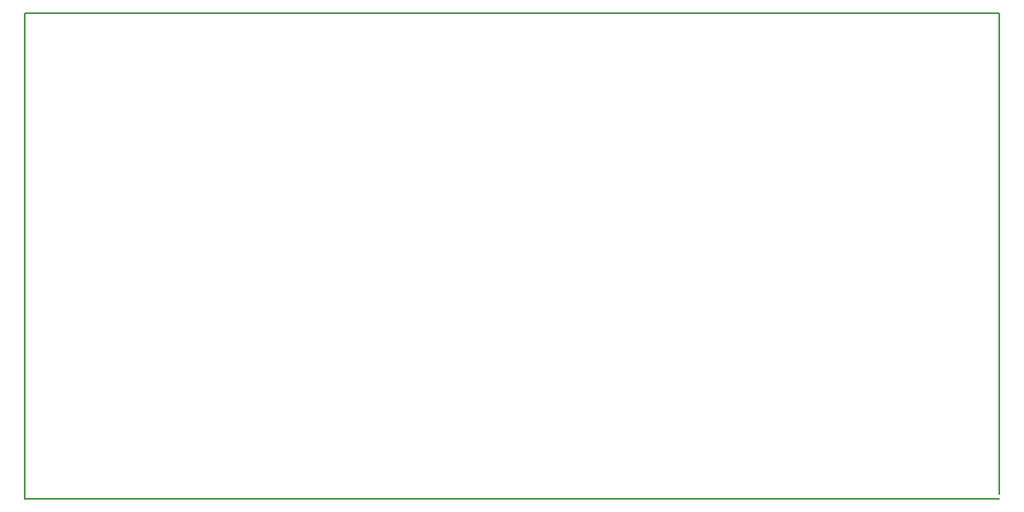
<source format=gbr>
G04 #@! TF.FileFunction,Profile,NP*
%FSLAX46Y46*%
G04 Gerber Fmt 4.6, Leading zero omitted, Abs format (unit mm)*
G04 Created by KiCad (PCBNEW 4.0.7-e2-6376~58~ubuntu16.04.1) date Wed Nov 22 10:08:24 2017*
%MOMM*%
%LPD*%
G01*
G04 APERTURE LIST*
%ADD10C,0.100000*%
%ADD11C,0.150000*%
G04 APERTURE END LIST*
D10*
D11*
X150000000Y-50000000D02*
X150000000Y-99500000D01*
X150000000Y-100000000D02*
X50000000Y-100000000D01*
X100000000Y-50000000D02*
X150000000Y-50000000D01*
X50000000Y-100000000D02*
X50000000Y-50000000D01*
X50000000Y-50000000D02*
X100000000Y-50000000D01*
M02*

</source>
